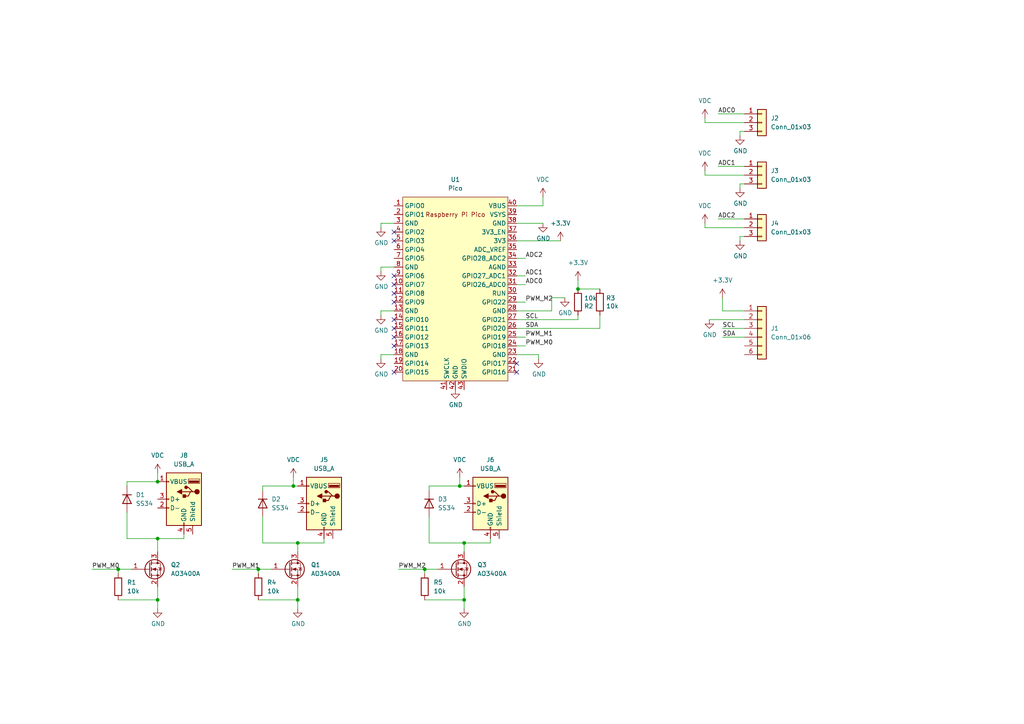
<source format=kicad_sch>
(kicad_sch (version 20230121) (generator eeschema)
  (paper "A4")
  (lib_symbols
    (symbol "Connector:USB_A" (pin_names (offset 1.016))
      (property "Reference" "J" (at -5.08 11.43 0))
      (property "Value" "USB_A" (at -5.08 8.89 0))
      (symbol "USB_A_0_1"
        (rectangle (start -5.08 -7.62) (end 5.08 7.62) (stroke (width 0.254)) (fill (type background)))
        (circle (center -3.81 2.159) (radius 0.635) (stroke (width 0.254)) (fill (type outline)))
        (rectangle (start -1.524 4.826) (end -4.318 5.334) (fill (type outline)))
        (rectangle (start -1.27 4.572) (end -4.572 5.842))
        (circle (center -0.635 3.429) (radius 0.381) (stroke (width 0.254)) (fill (type outline)))
        (rectangle (start -0.127 -7.62) (end 0.127 -6.858))
        (polyline (pts (xy -3.175 2.159) (xy -2.54 2.159) (xy -1.27 3.429) (xy -0.635 3.429)) (stroke (width 0.254)))
        (polyline (pts (xy -2.54 2.159) (xy -1.905 2.159) (xy -1.27 0.889) (xy 0 0.889)) (stroke (width 0.254)))
        (polyline (pts (xy 0.635 2.794) (xy 0.635 1.524) (xy 1.905 2.159) (xy 0.635 2.794)) (stroke (width 0.254)) (fill (type outline)))
        (rectangle (start 0.254 1.27) (end -0.508 0.508) (stroke (width 0.254)) (fill (type outline)))
        (rectangle (start 5.08 -2.667) (end 4.318 -2.413))
        (rectangle (start 5.08 -0.127) (end 4.318 0.127))
        (rectangle (start 5.08 4.953) (end 4.318 5.207))
      )
      (symbol "USB_A_1_1"
        (polyline (pts (xy -1.905 2.159) (xy 0.635 2.159)) (stroke (width 0.254)))
        (pin power_in line (at 7.62 5.08 180) (length 2.54) (name "VBUS") (number "1"))
        (pin bidirectional line (at 7.62 -2.54 180) (length 2.54) (name "D-") (number "2"))
        (pin bidirectional line (at 7.62 0 180) (length 2.54) (name "D+") (number "3"))
        (pin power_in line (at 0 -10.16 90) (length 2.54) (name "GND") (number "4"))
        (pin passive line (at -2.54 -10.16 90) (length 2.54) (name "Shield") (number "5"))
      )
    )
    (symbol "Connector_Generic:Conn_01x03" (pin_names (offset 1.016) hide)
      (property "Reference" "J" (at 0 5.08 0))
      (property "Value" "Conn_01x03" (at 0 -5.08 0))
      (symbol "Conn_01x03_1_1"
        (rectangle (start -1.27 -2.413) (end 0 -2.667) (stroke (width 0.1524)))
        (rectangle (start -1.27 0.127) (end 0 -0.127) (stroke (width 0.1524)))
        (rectangle (start -1.27 2.667) (end 0 2.413) (stroke (width 0.1524)))
        (rectangle (start -1.27 3.81) (end 1.27 -3.81) (stroke (width 0.254)) (fill (type background)))
        (pin passive line (at -5.08 2.54 0) (length 3.81) (name "Pin_1") (number "1"))
        (pin passive line (at -5.08 0 0) (length 3.81) (name "Pin_2") (number "2"))
        (pin passive line (at -5.08 -2.54 0) (length 3.81) (name "Pin_3") (number "3"))
      )
    )
    (symbol "Connector_Generic:Conn_01x06" (pin_names (offset 1.016) hide)
      (property "Reference" "J" (at 0 7.62 0))
      (property "Value" "Conn_01x06" (at 0 -10.16 0))
      (symbol "Conn_01x06_1_1"
        (rectangle (start -1.27 -7.493) (end 0 -7.747) (stroke (width 0.1524)))
        (rectangle (start -1.27 -4.953) (end 0 -5.207) (stroke (width 0.1524)))
        (rectangle (start -1.27 -2.413) (end 0 -2.667) (stroke (width 0.1524)))
        (rectangle (start -1.27 0.127) (end 0 -0.127) (stroke (width 0.1524)))
        (rectangle (start -1.27 2.667) (end 0 2.413) (stroke (width 0.1524)))
        (rectangle (start -1.27 5.207) (end 0 4.953) (stroke (width 0.1524)))
        (rectangle (start -1.27 6.35) (end 1.27 -8.89) (stroke (width 0.254)) (fill (type background)))
        (pin passive line (at -5.08 5.08 0) (length 3.81) (name "Pin_1") (number "1"))
        (pin passive line (at -5.08 2.54 0) (length 3.81) (name "Pin_2") (number "2"))
        (pin passive line (at -5.08 0 0) (length 3.81) (name "Pin_3") (number "3"))
        (pin passive line (at -5.08 -2.54 0) (length 3.81) (name "Pin_4") (number "4"))
        (pin passive line (at -5.08 -5.08 0) (length 3.81) (name "Pin_5") (number "5"))
        (pin passive line (at -5.08 -7.62 0) (length 3.81) (name "Pin_6") (number "6"))
      )
    )
    (symbol "Device:D" (pin_numbers hide) (pin_names (offset 1.016) hide)
      (property "Reference" "D" (at 0 2.54 0))
      (property "Value" "D" (at 0 -2.54 0))
      (symbol "D_0_1"
        (polyline (pts (xy -1.27 1.27) (xy -1.27 -1.27)) (stroke (width 0.254)))
        (polyline (pts (xy 1.27 0) (xy -1.27 0)))
        (polyline (pts (xy 1.27 1.27) (xy 1.27 -1.27) (xy -1.27 0) (xy 1.27 1.27)) (stroke (width 0.254)))
      )
      (symbol "D_1_1"
        (pin passive line (at -3.81 0 0) (length 2.54) (name "K") (number "1"))
        (pin passive line (at 3.81 0 180) (length 2.54) (name "A") (number "2"))
      )
    )
    (symbol "Device:R" (pin_numbers hide) (pin_names (offset 0))
      (property "Reference" "R" (at 2.032 0 90))
      (property "Value" "R" (at 0 0 90))
      (symbol "R_0_1"
        (rectangle (start -1.016 -2.54) (end 1.016 2.54) (stroke (width 0.254)))
      )
      (symbol "R_1_1"
        (pin passive line (at 0 3.81 270) (length 1.27) (name "~") (number "1"))
        (pin passive line (at 0 -3.81 90) (length 1.27) (name "~") (number "2"))
      )
    )
    (symbol "MCU_RaspberryPi_and_Boards:Pico"
      (property "Reference" "U" (at -13.97 27.94 0))
      (property "Value" "Pico" (at 0 19.05 0))
      (symbol "Pico_0_0"
        (text "Raspberry Pi Pico" (at 0 21.59 0) (effects (font (size 1.27 1.27))))
      )
      (symbol "Pico_0_1"
        (rectangle (start -15.24 26.67) (end 15.24 -26.67) (fill (type background)))
      )
      (symbol "Pico_1_1"
        (pin bidirectional line (at -17.78 24.13 0) (length 2.54) (name "GPIO0") (number "1"))
        (pin bidirectional line (at -17.78 1.27 0) (length 2.54) (name "GPIO7") (number "10"))
        (pin bidirectional line (at -17.78 -1.27 0) (length 2.54) (name "GPIO8") (number "11"))
        (pin bidirectional line (at -17.78 -3.81 0) (length 2.54) (name "GPIO9") (number "12"))
        (pin power_in line (at -17.78 -6.35 0) (length 2.54) (name "GND") (number "13"))
        (pin bidirectional line (at -17.78 -8.89 0) (length 2.54) (name "GPIO10") (number "14"))
        (pin bidirectional line (at -17.78 -11.43 0) (length 2.54) (name "GPIO11") (number "15"))
        (pin bidirectional line (at -17.78 -13.97 0) (length 2.54) (name "GPIO12") (number "16"))
        (pin bidirectional line (at -17.78 -16.51 0) (length 2.54) (name "GPIO13") (number "17"))
        (pin power_in line (at -17.78 -19.05 0) (length 2.54) (name "GND") (number "18"))
        (pin bidirectional line (at -17.78 -21.59 0) (length 2.54) (name "GPIO14") (number "19"))
        (pin bidirectional line (at -17.78 21.59 0) (length 2.54) (name "GPIO1") (number "2"))
        (pin bidirectional line (at -17.78 -24.13 0) (length 2.54) (name "GPIO15") (number "20"))
        (pin bidirectional line (at 17.78 -24.13 180) (length 2.54) (name "GPIO16") (number "21"))
        (pin bidirectional line (at 17.78 -21.59 180) (length 2.54) (name "GPIO17") (number "22"))
        (pin power_in line (at 17.78 -19.05 180) (length 2.54) (name "GND") (number "23"))
        (pin bidirectional line (at 17.78 -16.51 180) (length 2.54) (name "GPIO18") (number "24"))
        (pin bidirectional line (at 17.78 -13.97 180) (length 2.54) (name "GPIO19") (number "25"))
        (pin bidirectional line (at 17.78 -11.43 180) (length 2.54) (name "GPIO20") (number "26"))
        (pin bidirectional line (at 17.78 -8.89 180) (length 2.54) (name "GPIO21") (number "27"))
        (pin power_in line (at 17.78 -6.35 180) (length 2.54) (name "GND") (number "28"))
        (pin bidirectional line (at 17.78 -3.81 180) (length 2.54) (name "GPIO22") (number "29"))
        (pin power_in line (at -17.78 19.05 0) (length 2.54) (name "GND") (number "3"))
        (pin input line (at 17.78 -1.27 180) (length 2.54) (name "RUN") (number "30"))
        (pin bidirectional line (at 17.78 1.27 180) (length 2.54) (name "GPIO26_ADC0") (number "31"))
        (pin bidirectional line (at 17.78 3.81 180) (length 2.54) (name "GPIO27_ADC1") (number "32"))
        (pin power_in line (at 17.78 6.35 180) (length 2.54) (name "AGND") (number "33"))
        (pin bidirectional line (at 17.78 8.89 180) (length 2.54) (name "GPIO28_ADC2") (number "34"))
        (pin power_in line (at 17.78 11.43 180) (length 2.54) (name "ADC_VREF") (number "35"))
        (pin power_in line (at 17.78 13.97 180) (length 2.54) (name "3V3") (number "36"))
        (pin input line (at 17.78 16.51 180) (length 2.54) (name "3V3_EN") (number "37"))
        (pin bidirectional line (at 17.78 19.05 180) (length 2.54) (name "GND") (number "38"))
        (pin power_in line (at 17.78 21.59 180) (length 2.54) (name "VSYS") (number "39"))
        (pin bidirectional line (at -17.78 16.51 0) (length 2.54) (name "GPIO2") (number "4"))
        (pin power_in line (at 17.78 24.13 180) (length 2.54) (name "VBUS") (number "40"))
        (pin input line (at -2.54 -29.21 90) (length 2.54) (name "SWCLK") (number "41"))
        (pin power_in line (at 0 -29.21 90) (length 2.54) (name "GND") (number "42"))
        (pin bidirectional line (at 2.54 -29.21 90) (length 2.54) (name "SWDIO") (number "43"))
        (pin bidirectional line (at -17.78 13.97 0) (length 2.54) (name "GPIO3") (number "5"))
        (pin bidirectional line (at -17.78 11.43 0) (length 2.54) (name "GPIO4") (number "6"))
        (pin bidirectional line (at -17.78 8.89 0) (length 2.54) (name "GPIO5") (number "7"))
        (pin power_in line (at -17.78 6.35 0) (length 2.54) (name "GND") (number "8"))
        (pin bidirectional line (at -17.78 3.81 0) (length 2.54) (name "GPIO6") (number "9"))
      )
    )
    (symbol "Transistor_FET:AO3400A" (pin_names hide)
      (property "Reference" "Q" (at 5.08 1.905 0))
      (property "Value" "AO3400A" (at 5.08 0 0))
      (symbol "AO3400A_0_1"
        (polyline (pts (xy 0.254 0) (xy -2.54 0)))
        (polyline (pts (xy 0.254 1.905) (xy 0.254 -1.905)) (stroke (width 0.254)))
        (polyline (pts (xy 0.762 -1.27) (xy 0.762 -2.286)) (stroke (width 0.254)))
        (polyline (pts (xy 0.762 0.508) (xy 0.762 -0.508)) (stroke (width 0.254)))
        (polyline (pts (xy 0.762 2.286) (xy 0.762 1.27)) (stroke (width 0.254)))
        (polyline (pts (xy 2.54 2.54) (xy 2.54 1.778)))
        (polyline (pts (xy 2.54 -2.54) (xy 2.54 0) (xy 0.762 0)))
        (polyline (pts (xy 0.762 -1.778) (xy 3.302 -1.778) (xy 3.302 1.778) (xy 0.762 1.778)))
        (polyline (pts (xy 1.016 0) (xy 2.032 0.381) (xy 2.032 -0.381) (xy 1.016 0)) (fill (type outline)))
        (polyline (pts (xy 2.794 0.508) (xy 2.921 0.381) (xy 3.683 0.381) (xy 3.81 0.254)))
        (polyline (pts (xy 3.302 0.381) (xy 2.921 -0.254) (xy 3.683 -0.254) (xy 3.302 0.381)))
        (circle (center 1.651 0) (radius 2.794) (stroke (width 0.254)))
        (circle (center 2.54 -1.778) (radius 0.254) (fill (type outline)))
        (circle (center 2.54 1.778) (radius 0.254) (fill (type outline)))
      )
      (symbol "AO3400A_1_1"
        (pin input line (at -5.08 0 0) (length 2.54) (name "G") (number "1"))
        (pin passive line (at 2.54 -5.08 90) (length 2.54) (name "S") (number "2"))
        (pin passive line (at 2.54 5.08 270) (length 2.54) (name "D") (number "3"))
      )
    )
    (symbol "power:+3.3V" (power) (pin_names (offset 0))
      (property "Value" "+3.3V" (at 0 3.556 0))
      (symbol "+3.3V_0_1"
        (polyline (pts (xy -0.762 1.27) (xy 0 2.54)))
        (polyline (pts (xy 0 0) (xy 0 2.54)))
        (polyline (pts (xy 0 2.54) (xy 0.762 1.27)))
      )
      (symbol "+3.3V_1_1"
        (pin power_in line (at 0 0 90) (length 0) hide (name "+3.3V") (number "1"))
      )
    )
    (symbol "power:GND" (power) (pin_names (offset 0))
      (property "Value" "GND" (at 0 -3.81 0))
      (symbol "GND_0_1"
        (polyline (pts (xy 0 0) (xy 0 -1.27) (xy 1.27 -1.27) (xy 0 -2.54) (xy -1.27 -1.27) (xy 0 -1.27)))
      )
      (symbol "GND_1_1"
        (pin power_in line (at 0 0 270) (length 0) hide (name "GND") (number "1"))
      )
    )
    (symbol "power:VDC" (power) (pin_names (offset 0))
      (property "Value" "VDC" (at 0 6.35 0))
      (symbol "VDC_0_1"
        (polyline (pts (xy -0.762 1.27) (xy 0 2.54)))
        (polyline (pts (xy 0 0) (xy 0 2.54)))
        (polyline (pts (xy 0 2.54) (xy 0.762 1.27)))
      )
      (symbol "VDC_1_1"
        (pin power_in line (at 0 0 90) (length 0) hide (name "VDC") (number "1"))
      )
    )
  )
  (junction (at 74.93 165.1))
  (junction (at 45.72 139.7))
  (junction (at 133.35 140.97))
  (junction (at 34.29 165.1))
  (junction (at 123.19 165.1))
  (junction (at 85.09 140.97))
  (junction (at 86.36 173.99))
  (junction (at 134.62 173.99))
  (junction (at 134.62 157.48))
  (junction (at 45.72 156.21))
  (junction (at 167.64 83.82))
  (junction (at 45.72 173.99))
  (junction (at 86.36 157.48))
  (no_connect (at 114.3 82.55))
  (no_connect (at 114.3 100.33))
  (no_connect (at 114.3 87.63))
  (no_connect (at 114.3 97.79))
  (no_connect (at 149.86 107.95))
  (no_connect (at 114.3 67.31))
  (no_connect (at 114.3 80.01))
  (no_connect (at 114.3 69.85))
  (no_connect (at 114.3 95.25))
  (no_connect (at 114.3 92.71))
  (no_connect (at 114.3 85.09))
  (no_connect (at 114.3 107.95))
  (no_connect (at 149.86 105.41))
  (wire (pts (xy 163.83 86.36) (xy 160.02 86.36)))
  (wire (pts (xy 149.86 92.71) (xy 167.64 92.71)))
  (wire (pts (xy 123.19 173.99) (xy 134.62 173.99)))
  (wire (pts (xy 215.9 66.04) (xy 204.47 66.04)))
  (wire (pts (xy 110.49 90.17) (xy 110.49 91.44)))
  (wire (pts (xy 209.55 97.79) (xy 215.9 97.79)))
  (wire (pts (xy 209.55 95.25) (xy 215.9 95.25)))
  (wire (pts (xy 86.36 173.99) (xy 86.36 170.18)))
  (wire (pts (xy 34.29 173.99) (xy 45.72 173.99)))
  (wire (pts (xy 53.34 154.94) (xy 53.34 156.21)))
  (wire (pts (xy 167.64 81.28) (xy 167.64 83.82)))
  (wire (pts (xy 76.2 140.97) (xy 76.2 142.24)))
  (wire (pts (xy 93.98 157.48) (xy 86.36 157.48)))
  (wire (pts (xy 167.64 92.71) (xy 167.64 91.44)))
  (wire (pts (xy 123.19 165.1) (xy 123.19 166.37)))
  (wire (pts (xy 204.47 50.8) (xy 204.47 49.53)))
  (wire (pts (xy 215.9 50.8) (xy 204.47 50.8)))
  (wire (pts (xy 149.86 69.85) (xy 162.56 69.85)))
  (wire (pts (xy 173.99 83.82) (xy 167.64 83.82)))
  (wire (pts (xy 204.47 66.04) (xy 204.47 64.77)))
  (wire (pts (xy 215.9 53.34) (xy 214.63 53.34)))
  (wire (pts (xy 215.9 68.58) (xy 214.63 68.58)))
  (wire (pts (xy 45.72 160.02) (xy 45.72 156.21)))
  (wire (pts (xy 173.99 95.25) (xy 173.99 91.44)))
  (wire (pts (xy 34.29 165.1) (xy 34.29 166.37)))
  (wire (pts (xy 149.86 97.79) (xy 152.4 97.79)))
  (wire (pts (xy 36.83 156.21) (xy 36.83 148.59)))
  (wire (pts (xy 45.72 173.99) (xy 45.72 170.18)))
  (wire (pts (xy 85.09 138.43) (xy 85.09 140.97)))
  (wire (pts (xy 149.86 74.93) (xy 152.4 74.93)))
  (wire (pts (xy 127 165.1) (xy 123.19 165.1)))
  (wire (pts (xy 114.3 90.17) (xy 110.49 90.17)))
  (wire (pts (xy 124.46 157.48) (xy 124.46 149.86)))
  (wire (pts (xy 208.28 63.5) (xy 215.9 63.5)))
  (wire (pts (xy 45.72 156.21) (xy 53.34 156.21)))
  (wire (pts (xy 205.74 92.71) (xy 215.9 92.71)))
  (wire (pts (xy 74.93 165.1) (xy 74.93 166.37)))
  (wire (pts (xy 114.3 77.47) (xy 110.49 77.47)))
  (wire (pts (xy 110.49 64.77) (xy 110.49 66.04)))
  (wire (pts (xy 134.62 173.99) (xy 134.62 176.53)))
  (wire (pts (xy 45.72 173.99) (xy 45.72 176.53)))
  (wire (pts (xy 149.86 95.25) (xy 173.99 95.25)))
  (wire (pts (xy 86.36 160.02) (xy 86.36 157.48)))
  (wire (pts (xy 67.31 165.1) (xy 74.93 165.1)))
  (wire (pts (xy 149.86 64.77) (xy 157.48 64.77)))
  (wire (pts (xy 133.35 138.43) (xy 133.35 140.97)))
  (wire (pts (xy 214.63 38.1) (xy 214.63 39.37)))
  (wire (pts (xy 26.67 165.1) (xy 34.29 165.1)))
  (wire (pts (xy 114.3 102.87) (xy 110.49 102.87)))
  (wire (pts (xy 86.36 157.48) (xy 76.2 157.48)))
  (wire (pts (xy 38.1 165.1) (xy 34.29 165.1)))
  (wire (pts (xy 76.2 157.48) (xy 76.2 149.86)))
  (wire (pts (xy 85.09 140.97) (xy 76.2 140.97)))
  (wire (pts (xy 149.86 82.55) (xy 152.4 82.55)))
  (wire (pts (xy 36.83 139.7) (xy 36.83 140.97)))
  (wire (pts (xy 45.72 137.16) (xy 45.72 139.7)))
  (wire (pts (xy 134.62 160.02) (xy 134.62 157.48)))
  (wire (pts (xy 209.55 86.36) (xy 209.55 90.17)))
  (wire (pts (xy 110.49 102.87) (xy 110.49 104.14)))
  (wire (pts (xy 110.49 77.47) (xy 110.49 78.74)))
  (wire (pts (xy 149.86 102.87) (xy 156.21 102.87)))
  (wire (pts (xy 214.63 53.34) (xy 214.63 54.61)))
  (wire (pts (xy 149.86 87.63) (xy 152.4 87.63)))
  (wire (pts (xy 115.57 165.1) (xy 123.19 165.1)))
  (wire (pts (xy 74.93 173.99) (xy 86.36 173.99)))
  (wire (pts (xy 157.48 57.15) (xy 157.48 59.69)))
  (wire (pts (xy 78.74 165.1) (xy 74.93 165.1)))
  (wire (pts (xy 160.02 90.17) (xy 149.86 90.17)))
  (wire (pts (xy 215.9 90.17) (xy 209.55 90.17)))
  (wire (pts (xy 208.28 33.02) (xy 215.9 33.02)))
  (wire (pts (xy 36.83 156.21) (xy 45.72 156.21)))
  (wire (pts (xy 160.02 86.36) (xy 160.02 90.17)))
  (wire (pts (xy 134.62 157.48) (xy 124.46 157.48)))
  (wire (pts (xy 215.9 35.56) (xy 204.47 35.56)))
  (wire (pts (xy 133.35 140.97) (xy 124.46 140.97)))
  (wire (pts (xy 86.36 173.99) (xy 86.36 176.53)))
  (wire (pts (xy 134.62 173.99) (xy 134.62 170.18)))
  (wire (pts (xy 45.72 139.7) (xy 36.83 139.7)))
  (wire (pts (xy 114.3 64.77) (xy 110.49 64.77)))
  (wire (pts (xy 142.24 156.21) (xy 142.24 157.48)))
  (wire (pts (xy 142.24 157.48) (xy 134.62 157.48)))
  (wire (pts (xy 156.21 102.87) (xy 156.21 104.14)))
  (wire (pts (xy 208.28 48.26) (xy 215.9 48.26)))
  (wire (pts (xy 215.9 38.1) (xy 214.63 38.1)))
  (wire (pts (xy 93.98 156.21) (xy 93.98 157.48)))
  (wire (pts (xy 204.47 35.56) (xy 204.47 34.29)))
  (wire (pts (xy 124.46 140.97) (xy 124.46 142.24)))
  (wire (pts (xy 133.35 140.97) (xy 134.62 140.97)))
  (wire (pts (xy 149.86 80.01) (xy 152.4 80.01)))
  (wire (pts (xy 86.36 140.97) (xy 85.09 140.97)))
  (wire (pts (xy 214.63 68.58) (xy 214.63 69.85)))
  (wire (pts (xy 149.86 100.33) (xy 152.4 100.33)))
  (wire (pts (xy 149.86 59.69) (xy 157.48 59.69)))
  (label "PWM_M1" (at 152.4 97.79 0))
  (label "SDA" (at 209.55 97.79 0))
  (label "PWM_M2" (at 152.4 87.63 0))
  (label "SCL" (at 152.4 92.71 0))
  (label "ADC1" (at 152.4 80.01 0))
  (label "ADC0" (at 208.28 33.02 0))
  (label "ADC2" (at 208.28 63.5 0))
  (label "SDA" (at 152.4 95.25 0))
  (label "ADC1" (at 208.28 48.26 0))
  (label "ADC0" (at 152.4 82.55 0))
  (label "PWM_M1" (at 67.31 165.1 0))
  (label "PWM_M0" (at 26.67 165.1 0))
  (label "PWM_M0" (at 152.4 100.33 0))
  (label "ADC2" (at 152.4 74.93 0))
  (label "PWM_M2" (at 115.57 165.1 0))
  (label "SCL" (at 209.55 95.25 0))
  (symbol (lib_id "power:GND") (at 205.74 92.71 0) (unit 1)
    (property "Reference" "#PWR018" (effects hide))
    (property "Value" "GND" (at 205.867 97.1042 0))
  )
  (symbol (lib_id "Connector:USB_A") (at 53.34 144.78 0) (mirror y) (unit 1)
    (property "Reference" "J8" (at 53.34 132.08 0))
    (property "Value" "USB_A" (at 53.34 134.62 0))
    (property "Footprint" "1734366-1:TE_1734366-1" (effects hide))
    (property "Datasheet" " ~" (effects hide))
    (property "LCSC" "C305910" (effects hide))
  )
  (symbol (lib_id "Device:D") (at 124.46 146.05 270) (unit 1)
    (property "Reference" "D3" (at 127 144.78 90) (effects (justify left)))
    (property "Value" "SS34" (at 127 147.32 90) (effects (justify left)))
    (property "Footprint" "Diode_SMD:D_SMA" (effects hide))
    (property "Sim.Device" "D" (effects hide))
    (property "Sim.Pins" "1=K 2=A" (effects hide))
    (property "LCSC" "C8678" (effects hide))
  )
  (symbol (lib_id "Device:D") (at 76.2 146.05 270) (unit 1)
    (property "Reference" "D2" (at 78.74 144.78 90) (effects (justify left)))
    (property "Value" "SS34" (at 78.74 147.32 90) (effects (justify left)))
    (property "Footprint" "Diode_SMD:D_SMA" (effects hide))
    (property "Sim.Device" "D" (effects hide))
    (property "Sim.Pins" "1=K 2=A" (effects hide))
    (property "LCSC" "C8678" (effects hide))
  )
  (symbol (lib_id "power:VDC") (at 204.47 49.53 0) (mirror y) (unit 1)
    (property "Reference" "#PWR014" (effects hide))
    (property "Value" "VDC" (at 204.47 44.45 0))
  )
  (symbol (lib_id "power:VDC") (at 204.47 34.29 0) (mirror y) (unit 1)
    (property "Reference" "#PWR013" (effects hide))
    (property "Value" "VDC" (at 204.47 29.21 0))
  )
  (symbol (lib_id "power:VDC") (at 45.72 137.16 0) (mirror y) (unit 1)
    (property "Reference" "#PWR020" (effects hide))
    (property "Value" "VDC" (at 45.72 132.08 0))
  )
  (symbol (lib_id "Connector:USB_A") (at 142.24 146.05 0) (mirror y) (unit 1)
    (property "Reference" "J6" (at 142.24 133.35 0))
    (property "Value" "USB_A" (at 142.24 135.89 0))
    (property "Footprint" "1734366-1:TE_1734366-1" (effects hide))
    (property "Datasheet" " ~" (effects hide))
    (property "LCSC" "C305910" (effects hide))
  )
  (symbol (lib_id "power:+3.3V") (at 167.64 81.28 0) (unit 1)
    (property "Reference" "#PWR021" (effects hide))
    (property "Value" "+3.3V" (at 167.64 76.2 0))
  )
  (symbol (lib_id "power:+3.3V") (at 209.55 86.36 0) (unit 1)
    (property "Reference" "#PWR02" (effects hide))
    (property "Value" "+3.3V" (at 209.55 81.28 0))
  )
  (symbol (lib_id "Device:R") (at 74.93 170.18 0) (unit 1)
    (property "Reference" "R4" (at 77.47 168.91 0) (effects (justify left)))
    (property "Value" "10k" (at 77.47 171.45 0) (effects (justify left)))
    (property "Footprint" "Resistor_SMD:R_0603_1608Metric" (effects hide))
    (property "LCSC" "C25804" (effects hide))
  )
  (symbol (lib_id "power:GND") (at 134.62 176.53 0) (unit 1)
    (property "Reference" "#PWR025" (effects hide))
    (property "Value" "GND" (at 134.747 180.9242 0))
  )
  (symbol (lib_id "Connector_Generic:Conn_01x03") (at 220.98 35.56 0) (unit 1)
    (property "Reference" "J2" (at 223.52 34.29 0) (effects (justify left)))
    (property "Value" "Conn_01x03" (at 223.52 36.83 0) (effects (justify left)))
    (property "Footprint" "Connector_PinHeader_2.54mm:PinHeader_1x03_P2.54mm_Vertical" (effects hide))
  )
  (symbol (lib_id "Device:D") (at 36.83 144.78 270) (unit 1)
    (property "Reference" "D1" (at 39.37 143.51 90) (effects (justify left)))
    (property "Value" "SS34" (at 39.37 146.05 90) (effects (justify left)))
    (property "Footprint" "Diode_SMD:D_SMA" (effects hide))
    (property "Sim.Device" "D" (effects hide))
    (property "Sim.Pins" "1=K 2=A" (effects hide))
    (property "LCSC" "C8678" (effects hide))
  )
  (symbol (lib_id "power:GND") (at 214.63 69.85 0) (unit 1)
    (property "Reference" "#PWR017" (effects hide))
    (property "Value" "GND" (at 214.757 74.2442 0))
  )
  (symbol (lib_id "power:GND") (at 163.83 86.36 0) (unit 1)
    (property "Reference" "#PWR06" (effects hide))
    (property "Value" "GND" (at 163.957 90.7542 0))
  )
  (symbol (lib_id "Device:R") (at 173.99 87.63 0) (unit 1)
    (property "Reference" "R3" (at 175.768 86.4616 0) (effects (justify left)))
    (property "Value" "10k" (at 175.768 88.773 0) (effects (justify left)))
    (property "Footprint" "Resistor_SMD:R_0603_1608Metric" (effects hide))
    (property "LCSC" "C25804" (effects hide))
  )
  (symbol (lib_id "power:VDC") (at 157.48 57.15 0) (mirror y) (unit 1)
    (property "Reference" "#PWR03" (effects hide))
    (property "Value" "VDC" (at 157.48 52.07 0))
  )
  (symbol (lib_id "power:VDC") (at 133.35 138.43 0) (mirror y) (unit 1)
    (property "Reference" "#PWR024" (effects hide))
    (property "Value" "VDC" (at 133.35 133.35 0))
  )
  (symbol (lib_id "power:GND") (at 110.49 104.14 0) (unit 1)
    (property "Reference" "#PWR07" (effects hide))
    (property "Value" "GND" (at 110.617 108.5342 0))
  )
  (symbol (lib_id "power:GND") (at 157.48 64.77 0) (unit 1)
    (property "Reference" "#PWR05" (effects hide))
    (property "Value" "GND" (at 157.607 69.1642 0))
  )
  (symbol (lib_id "Device:R") (at 34.29 170.18 0) (unit 1)
    (property "Reference" "R1" (at 36.83 168.91 0) (effects (justify left)))
    (property "Value" "10k" (at 36.83 171.45 0) (effects (justify left)))
    (property "Footprint" "Resistor_SMD:R_0603_1608Metric" (effects hide))
    (property "LCSC" "C25804" (effects hide))
  )
  (symbol (lib_id "Connector_Generic:Conn_01x03") (at 220.98 66.04 0) (unit 1)
    (property "Reference" "J4" (at 223.52 64.77 0) (effects (justify left)))
    (property "Value" "Conn_01x03" (at 223.52 67.31 0) (effects (justify left)))
    (property "Footprint" "Connector_PinHeader_2.54mm:PinHeader_1x03_P2.54mm_Vertical" (effects hide))
  )
  (symbol (lib_id "power:GND") (at 214.63 54.61 0) (unit 1)
    (property "Reference" "#PWR015" (effects hide))
    (property "Value" "GND" (at 214.757 59.0042 0))
  )
  (symbol (lib_id "power:GND") (at 156.21 104.14 0) (unit 1)
    (property "Reference" "#PWR04" (effects hide))
    (property "Value" "GND" (at 156.337 108.5342 0))
  )
  (symbol (lib_id "Connector:USB_A") (at 93.98 146.05 0) (mirror y) (unit 1)
    (property "Reference" "J5" (at 93.98 133.35 0))
    (property "Value" "USB_A" (at 93.98 135.89 0))
    (property "Footprint" "1734366-1:TE_1734366-1" (effects hide))
    (property "Datasheet" " ~" (effects hide))
    (property "LCSC" "C305910" (effects hide))
  )
  (symbol (lib_id "power:GND") (at 86.36 176.53 0) (unit 1)
    (property "Reference" "#PWR023" (effects hide))
    (property "Value" "GND" (at 86.487 180.9242 0))
  )
  (symbol (lib_id "power:GND") (at 110.49 78.74 0) (unit 1)
    (property "Reference" "#PWR010" (effects hide))
    (property "Value" "GND" (at 110.617 83.1342 0))
  )
  (symbol (lib_id "power:VDC") (at 204.47 64.77 0) (mirror y) (unit 1)
    (property "Reference" "#PWR016" (effects hide))
    (property "Value" "VDC" (at 204.47 59.69 0))
  )
  (symbol (lib_id "power:GND") (at 45.72 176.53 0) (unit 1)
    (property "Reference" "#PWR019" (effects hide))
    (property "Value" "GND" (at 45.847 180.9242 0))
  )
  (symbol (lib_id "Connector_Generic:Conn_01x06") (at 220.98 95.25 0) (unit 1)
    (property "Reference" "J1" (at 223.52 95.25 0) (effects (justify left)))
    (property "Value" "Conn_01x06" (at 223.52 97.79 0) (effects (justify left)))
    (property "Footprint" "Connector_PinHeader_2.54mm:PinHeader_1x06_P2.54mm_Vertical" (effects hide))
  )
  (symbol (lib_id "Device:R") (at 167.64 87.63 0) (mirror x) (unit 1)
    (property "Reference" "R2" (at 169.418 88.7984 0) (effects (justify left)))
    (property "Value" "10k" (at 169.418 86.487 0) (effects (justify left)))
    (property "Footprint" "Resistor_SMD:R_0603_1608Metric" (effects hide))
    (property "LCSC" "C25804" (effects hide))
  )
  (symbol (lib_id "Transistor_FET:AO3400A") (at 132.08 165.1 0) (unit 1)
    (property "Reference" "Q3" (at 138.43 163.83 0) (effects (justify left)))
    (property "Value" "AO3400A" (at 138.43 166.37 0) (effects (justify left)))
    (property "Footprint" "Package_TO_SOT_SMD:SOT-23" (effects hide))
    (property "Datasheet" "http://www.aosmd.com/pdfs/datasheet/AO3400A.pdf" (effects hide))
    (property "LCSC" "C20917" (effects hide))
  )
  (symbol (lib_id "power:+3.3V") (at 162.56 69.85 0) (unit 1)
    (property "Reference" "#PWR01" (effects hide))
    (property "Value" "+3.3V" (at 162.56 64.77 0))
  )
  (symbol (lib_id "power:VDC") (at 85.09 138.43 0) (mirror y) (unit 1)
    (property "Reference" "#PWR022" (effects hide))
    (property "Value" "VDC" (at 85.09 133.35 0))
  )
  (symbol (lib_id "power:GND") (at 214.63 39.37 0) (unit 1)
    (property "Reference" "#PWR012" (effects hide))
    (property "Value" "GND" (at 214.757 43.7642 0))
  )
  (symbol (lib_id "Transistor_FET:AO3400A") (at 83.82 165.1 0) (unit 1)
    (property "Reference" "Q1" (at 90.17 163.83 0) (effects (justify left)))
    (property "Value" "AO3400A" (at 90.17 166.37 0) (effects (justify left)))
    (property "Footprint" "Package_TO_SOT_SMD:SOT-23" (effects hide))
    (property "Datasheet" "http://www.aosmd.com/pdfs/datasheet/AO3400A.pdf" (effects hide))
    (property "LCSC" "C20917" (effects hide))
  )
  (symbol (lib_id "power:GND") (at 110.49 91.44 0) (unit 1)
    (property "Reference" "#PWR08" (effects hide))
    (property "Value" "GND" (at 110.617 95.8342 0))
  )
  (symbol (lib_id "Transistor_FET:AO3400A") (at 43.18 165.1 0) (unit 1)
    (property "Reference" "Q2" (at 49.53 163.83 0) (effects (justify left)))
    (property "Value" "AO3400A" (at 49.53 166.37 0) (effects (justify left)))
    (property "Footprint" "Package_TO_SOT_SMD:SOT-23" (effects hide))
    (property "Datasheet" "http://www.aosmd.com/pdfs/datasheet/AO3400A.pdf" (effects hide))
    (property "LCSC" "C20917" (effects hide))
  )
  (symbol (lib_id "MCU_RaspberryPi_and_Boards:Pico") (at 132.08 83.82 0) (unit 1)
    (property "Reference" "U1" (at 132.08 52.07 0))
    (property "Value" "Pico" (at 132.08 54.61 0))
    (property "Footprint" "MCU_RaspberryPi_and_Boards:RPi_Pico_SMD_TH" (effects hide))
  )
  (symbol (lib_id "power:GND") (at 110.49 66.04 0) (unit 1)
    (property "Reference" "#PWR09" (effects hide))
    (property "Value" "GND" (at 110.617 70.4342 0))
  )
  (symbol (lib_id "Device:R") (at 123.19 170.18 0) (unit 1)
    (property "Reference" "R5" (at 125.73 168.91 0) (effects (justify left)))
    (property "Value" "10k" (at 125.73 171.45 0) (effects (justify left)))
    (property "Footprint" "Resistor_SMD:R_0603_1608Metric" (effects hide))
    (property "LCSC" "C25804" (effects hide))
  )
  (symbol (lib_id "Connector_Generic:Conn_01x03") (at 220.98 50.8 0) (unit 1)
    (property "Reference" "J3" (at 223.52 49.53 0) (effects (justify left)))
    (property "Value" "Conn_01x03" (at 223.52 52.07 0) (effects (justify left)))
    (property "Footprint" "Connector_PinHeader_2.54mm:PinHeader_1x03_P2.54mm_Vertical" (effects hide))
  )
  (symbol (lib_id "power:GND") (at 132.08 113.03 0) (unit 1)
    (property "Reference" "#PWR011" (effects hide))
    (property "Value" "GND" (at 132.207 117.4242 0))
  )
)
</source>
